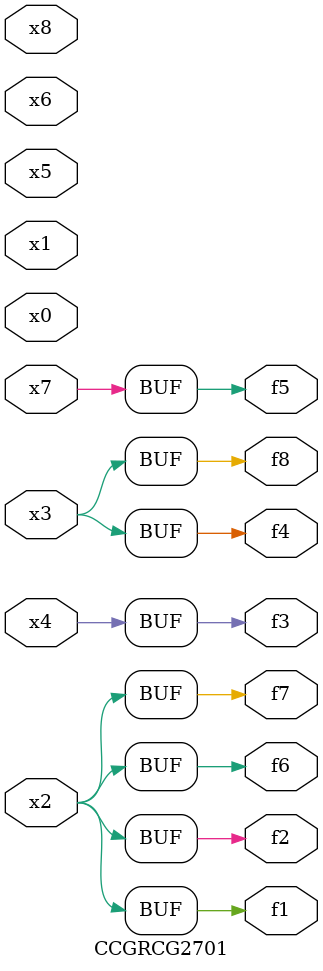
<source format=v>
module CCGRCG2701(
	input x0, x1, x2, x3, x4, x5, x6, x7, x8,
	output f1, f2, f3, f4, f5, f6, f7, f8
);
	assign f1 = x2;
	assign f2 = x2;
	assign f3 = x4;
	assign f4 = x3;
	assign f5 = x7;
	assign f6 = x2;
	assign f7 = x2;
	assign f8 = x3;
endmodule

</source>
